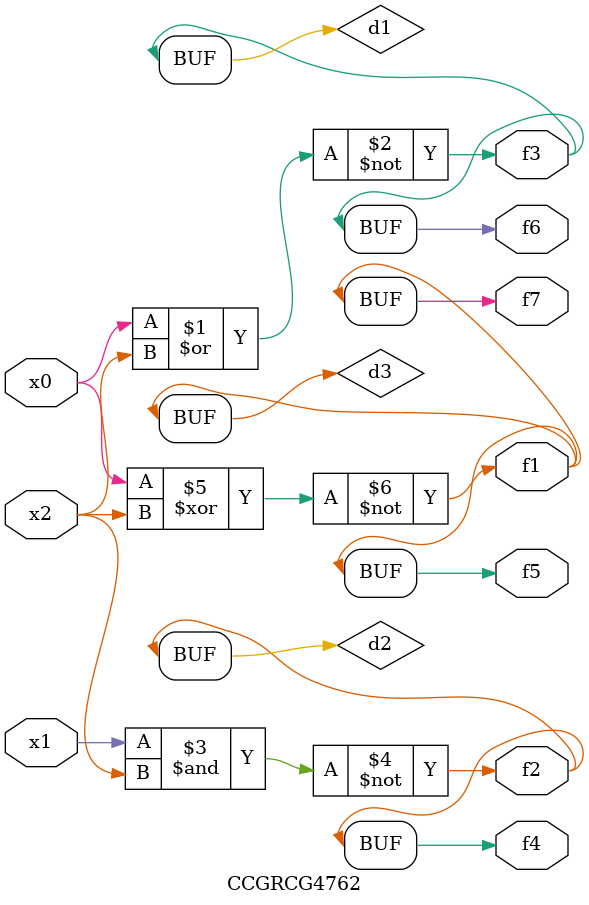
<source format=v>
module CCGRCG4762(
	input x0, x1, x2,
	output f1, f2, f3, f4, f5, f6, f7
);

	wire d1, d2, d3;

	nor (d1, x0, x2);
	nand (d2, x1, x2);
	xnor (d3, x0, x2);
	assign f1 = d3;
	assign f2 = d2;
	assign f3 = d1;
	assign f4 = d2;
	assign f5 = d3;
	assign f6 = d1;
	assign f7 = d3;
endmodule

</source>
